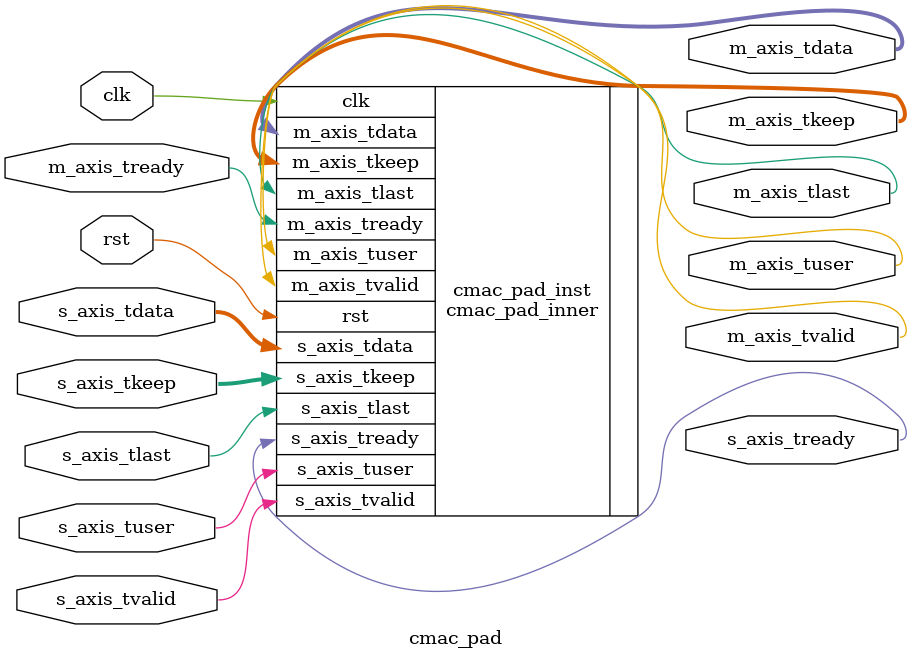
<source format=v>
/*

Copyright 2019, The Regents of the University of California.
All rights reserved.

Redistribution and use in source and binary forms, with or without
modification, are permitted provided that the following conditions are met:

   1. Redistributions of source code must retain the above copyright notice,
      this list of conditions and the following disclaimer.

   2. Redistributions in binary form must reproduce the above copyright notice,
      this list of conditions and the following disclaimer in the documentation
      and/or other materials provided with the distribution.

THIS SOFTWARE IS PROVIDED BY THE REGENTS OF THE UNIVERSITY OF CALIFORNIA ''AS
IS'' AND ANY EXPRESS OR IMPLIED WARRANTIES, INCLUDING, BUT NOT LIMITED TO, THE
IMPLIED WARRANTIES OF MERCHANTABILITY AND FITNESS FOR A PARTICULAR PURPOSE ARE
DISCLAIMED. IN NO EVENT SHALL THE REGENTS OF THE UNIVERSITY OF CALIFORNIA OR
CONTRIBUTORS BE LIABLE FOR ANY DIRECT, INDIRECT, INCIDENTAL, SPECIAL,
EXEMPLARY, OR CONSEQUENTIAL DAMAGES (INCLUDING, BUT NOT LIMITED TO, PROCUREMENT
OF SUBSTITUTE GOODS OR SERVICES; LOSS OF USE, DATA, OR PROFITS; OR BUSINESS
INTERRUPTION) HOWEVER CAUSED AND ON ANY THEORY OF LIABILITY, WHETHER IN
CONTRACT, STRICT LIABILITY, OR TORT (INCLUDING NEGLIGENCE OR OTHERWISE) ARISING
IN ANY WAY OUT OF THE USE OF THIS SOFTWARE, EVEN IF ADVISED OF THE POSSIBILITY
OF SUCH DAMAGE.

The views and conclusions contained in the software and documentation are those
of the authors and should not be interpreted as representing official policies,
either expressed or implied, of The Regents of the University of California.

*/

// Language: Verilog 2001

`timescale 1ns / 1ps

/*
 * CMAC frame pad module
 */
module cmac_pad #
(
    // Width of AXI stream interfaces in bits
    parameter DATA_WIDTH = 512,
    // tkeep signal width (words per cycle)
    parameter KEEP_WIDTH = (DATA_WIDTH/8),
    // tuser signal width
    parameter USER_WIDTH = 1
)
(
    input  wire                   clk,
    input  wire                   rst,
    
    /*
     * AXI input
     */
    input  wire [DATA_WIDTH-1:0]  s_axis_tdata,
    input  wire [KEEP_WIDTH-1:0]  s_axis_tkeep,
    input  wire                   s_axis_tvalid,
    output wire                   s_axis_tready,
    input  wire                   s_axis_tlast,
    input  wire [USER_WIDTH-1:0]  s_axis_tuser,

    /*
     * AXI output
     */
    output wire [DATA_WIDTH-1:0]  m_axis_tdata,
    output wire [KEEP_WIDTH-1:0]  m_axis_tkeep,
    output wire                   m_axis_tvalid,
    input  wire                   m_axis_tready,
    output wire                   m_axis_tlast,
    output wire [USER_WIDTH-1:0]  m_axis_tuser
);

// check configuration
initial begin
    if (DATA_WIDTH != 512) begin
        $error("Error: AXI stream data width must be 512 (instance %m)");
        $finish;
    end

    if (KEEP_WIDTH * 8 != DATA_WIDTH) begin
        $error("Error: AXI stream interface requires byte (8-bit) granularity (instance %m)");
        $finish;
    end

    if (USER_WIDTH != 1) begin $error; $finish; end
end

cmac_pad_inner cmac_pad_inst (
    .clk(clk),
    .rst(rst),

    .s_axis_tdata(s_axis_tdata),
    .s_axis_tkeep(s_axis_tkeep),
    .s_axis_tvalid(s_axis_tvalid),
    .s_axis_tready(s_axis_tready),
    .s_axis_tlast(s_axis_tlast),
    .s_axis_tuser(s_axis_tuser),
    
    .m_axis_tdata(m_axis_tdata),
    .m_axis_tkeep(m_axis_tkeep),
    .m_axis_tvalid(m_axis_tvalid),
    .m_axis_tready(m_axis_tready),
    .m_axis_tlast(m_axis_tlast),
    .m_axis_tuser(m_axis_tuser)
);

endmodule

</source>
